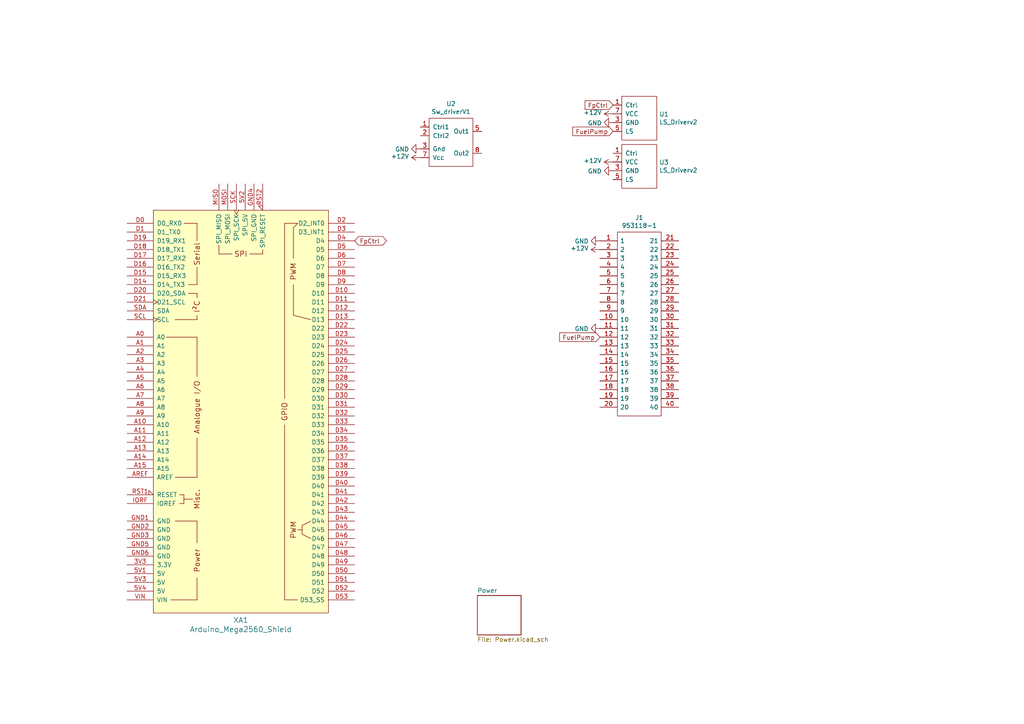
<source format=kicad_sch>
(kicad_sch (version 20211123) (generator eeschema)
  (paper "A4")
  (lib_symbols
    (symbol "J-Eagan:LS_Driverv2" (pin_names (offset 1.016))
      (property "Reference" "U" (at 3.81 -6.35 0))
      (property "Value" "LS_Driverv2" (at 3.81 -6.35 0))
      (symbol "LS_Driverv2_0_1"
        (rectangle (start -5.08 7.62) (end 5.08 -5.08))
      )
      (symbol "LS_Driverv2_1_1"
        (pin input line (at -7.62 5.08 0) (length 2.54) (name "Ctrl") (number "1"))
        (pin power_in line (at -7.62 0 0) (length 2.54) (name "GND") (number "3"))
        (pin power_in line (at -7.62 0 0) (length 2.54) hide (name "GND") (number "4"))
        (pin power_out line (at -7.62 -2.54 0) (length 2.54) (name "LS") (number "5"))
        (pin power_out line (at -7.62 -2.54 0) (length 2.54) hide (name "LS") (number "6"))
        (pin power_in line (at -7.62 2.54 0) (length 2.54) (name "VCC") (number "7"))
      )
    )
    (symbol "J-Eagan:Sw_driverV1" (pin_names (offset 1.016))
      (property "Reference" "U" (at -5.08 8.89 0))
      (property "Value" "Sw_driverV1" (at 0 -7.62 0))
      (symbol "Sw_driverV1_0_1"
        (rectangle (start -6.35 7.62) (end 6.35 -6.35))
      )
      (symbol "Sw_driverV1_1_1"
        (pin input line (at -8.89 5.08 0) (length 2.54) (name "Ctrl1") (number "1"))
        (pin input line (at -8.89 2.54 0) (length 2.54) (name "Ctrl2") (number "2"))
        (pin input line (at -8.89 -1.27 0) (length 2.54) (name "Gnd") (number "3"))
        (pin input line (at -8.89 -1.27 0) (length 2.54) hide (name "Gnd") (number "4"))
        (pin output line (at 8.89 3.81 180) (length 2.54) (name "Out1") (number "5"))
        (pin output line (at 8.89 3.81 180) (length 2.54) hide (name "Out1") (number "6"))
        (pin input line (at -8.89 -3.81 0) (length 2.54) (name "Vcc") (number "7"))
        (pin output line (at 8.89 -2.54 180) (length 2.54) (name "Out2") (number "8"))
      )
    )
    (symbol "T6Mega-rescue:953118-1-LibraryLoader" (pin_names (offset 0.762))
      (property "Reference" "J" (at 19.05 7.62 0))
      (property "Value" "953118-1-LibraryLoader" (at 19.05 5.08 0))
      (symbol "953118-1-LibraryLoader_0_0"
        (pin passive line (at 0 0 0) (length 5.08) (name "1") (number "1"))
        (pin passive line (at 0 -22.86 0) (length 5.08) (name "10") (number "10"))
        (pin passive line (at 0 -25.4 0) (length 5.08) (name "11") (number "11"))
        (pin passive line (at 0 -27.94 0) (length 5.08) (name "12") (number "12"))
        (pin passive line (at 0 -30.48 0) (length 5.08) (name "13") (number "13"))
        (pin passive line (at 0 -33.02 0) (length 5.08) (name "14") (number "14"))
        (pin passive line (at 0 -35.56 0) (length 5.08) (name "15") (number "15"))
        (pin passive line (at 0 -38.1 0) (length 5.08) (name "16") (number "16"))
        (pin passive line (at 0 -40.64 0) (length 5.08) (name "17") (number "17"))
        (pin passive line (at 0 -43.18 0) (length 5.08) (name "18") (number "18"))
        (pin passive line (at 0 -45.72 0) (length 5.08) (name "19") (number "19"))
        (pin passive line (at 0 -2.54 0) (length 5.08) (name "2") (number "2"))
        (pin passive line (at 0 -48.26 0) (length 5.08) (name "20") (number "20"))
        (pin passive line (at 22.86 0 180) (length 5.08) (name "21") (number "21"))
        (pin passive line (at 22.86 -2.54 180) (length 5.08) (name "22") (number "22"))
        (pin passive line (at 22.86 -5.08 180) (length 5.08) (name "23") (number "23"))
        (pin passive line (at 22.86 -7.62 180) (length 5.08) (name "24") (number "24"))
        (pin passive line (at 22.86 -10.16 180) (length 5.08) (name "25") (number "25"))
        (pin passive line (at 22.86 -12.7 180) (length 5.08) (name "26") (number "26"))
        (pin passive line (at 22.86 -15.24 180) (length 5.08) (name "27") (number "27"))
        (pin passive line (at 22.86 -17.78 180) (length 5.08) (name "28") (number "28"))
        (pin passive line (at 22.86 -20.32 180) (length 5.08) (name "29") (number "29"))
        (pin passive line (at 0 -5.08 0) (length 5.08) (name "3") (number "3"))
        (pin passive line (at 22.86 -22.86 180) (length 5.08) (name "30") (number "30"))
        (pin passive line (at 22.86 -25.4 180) (length 5.08) (name "31") (number "31"))
        (pin passive line (at 22.86 -27.94 180) (length 5.08) (name "32") (number "32"))
        (pin passive line (at 22.86 -30.48 180) (length 5.08) (name "33") (number "33"))
        (pin passive line (at 22.86 -33.02 180) (length 5.08) (name "34") (number "34"))
        (pin passive line (at 22.86 -35.56 180) (length 5.08) (name "35") (number "35"))
        (pin passive line (at 22.86 -38.1 180) (length 5.08) (name "36") (number "36"))
        (pin passive line (at 22.86 -40.64 180) (length 5.08) (name "37") (number "37"))
        (pin passive line (at 22.86 -43.18 180) (length 5.08) (name "38") (number "38"))
        (pin passive line (at 22.86 -45.72 180) (length 5.08) (name "39") (number "39"))
        (pin passive line (at 0 -7.62 0) (length 5.08) (name "4") (number "4"))
        (pin passive line (at 22.86 -48.26 180) (length 5.08) (name "40") (number "40"))
        (pin passive line (at 0 -10.16 0) (length 5.08) (name "5") (number "5"))
        (pin passive line (at 0 -12.7 0) (length 5.08) (name "6") (number "6"))
        (pin passive line (at 0 -15.24 0) (length 5.08) (name "7") (number "7"))
        (pin passive line (at 0 -17.78 0) (length 5.08) (name "8") (number "8"))
        (pin passive line (at 0 -20.32 0) (length 5.08) (name "9") (number "9"))
      )
      (symbol "953118-1-LibraryLoader_0_1"
        (polyline (pts (xy 5.08 2.54) (xy 17.78 2.54) (xy 17.78 -50.8) (xy 5.08 -50.8) (xy 5.08 2.54)) (stroke (width 0.1524)))
      )
    )
    (symbol "T6Mega-rescue:Arduino_Mega2560_Shield-Arduino" (pin_names (offset 1.016))
      (property "Reference" "XA" (at 2.54 0 90))
      (property "Value" "Arduino_Mega2560_Shield-Arduino" (at -2.54 0 90))
      (symbol "Arduino_Mega2560_Shield-Arduino_0_0"
        (rectangle (start -25.4 -58.42) (end 25.4 58.42) (fill (type background)))
        (rectangle (start -20.32 -54.61) (end -12.7 -54.61))
        (rectangle (start -19.05 -31.75) (end -12.7 -31.75))
        (rectangle (start -19.05 -19.05) (end -12.7 -19.05))
        (rectangle (start -19.05 26.67) (end -12.7 26.67))
        (rectangle (start -17.78 -26.67) (end -16.51 -26.67))
        (rectangle (start -17.78 -24.13) (end -16.51 -24.13))
        (rectangle (start -16.51 -25.4) (end -13.97 -25.4))
        (rectangle (start -16.51 -24.13) (end -16.51 -26.67))
        (rectangle (start -16.51 54.61) (end -12.7 54.61))
        (rectangle (start -15.24 34.29) (end -12.7 34.29))
        (rectangle (start -15.24 36.83) (end -12.7 36.83))
        (rectangle (start -12.7 -54.61) (end -12.7 -48.26))
        (rectangle (start -12.7 -31.75) (end -12.7 -38.1))
        (rectangle (start -12.7 26.67) (end -12.7 27.94))
        (rectangle (start -12.7 34.29) (end -12.7 33.02))
        (rectangle (start -12.7 41.91) (end -12.7 36.83))
        (rectangle (start -12.7 49.53) (end -12.7 54.61))
        (rectangle (start -6.35 48.26) (end -6.35 45.72))
        (rectangle (start -2.54 45.72) (end -6.35 45.72))
        (polyline (pts (xy -21.59 21.59) (xy -12.7 21.59)))
        (polyline (pts (xy -12.7 -19.05) (xy -12.7 -7.62)))
        (polyline (pts (xy -12.7 10.16) (xy -12.7 21.59)))
        (polyline (pts (xy 12.7 -54.61) (xy 16.51 -54.61)))
        (polyline (pts (xy 12.7 54.61) (xy 16.51 54.61)))
        (polyline (pts (xy 17.78 -34.29) (xy 16.51 -34.29)))
        (polyline (pts (xy 15.24 36.83) (xy 15.24 27.94) (xy 20.32 26.67)))
        (polyline (pts (xy 15.24 44.45) (xy 15.24 53.34) (xy 16.51 54.61)))
        (polyline (pts (xy 20.32 -31.75) (xy 17.78 -33.02) (xy 17.78 -35.56) (xy 20.32 -36.83)))
        (rectangle (start 6.35 45.72) (end 2.54 45.72))
        (rectangle (start 6.35 46.99) (end 6.35 45.72))
        (text "Analogue I/O" (at -12.7 1.27 900) (effects (font (size 1.524 1.524))))
        (text "I²C" (at -12.7 30.48 900) (effects (font (size 1.524 1.524))))
        (text "Misc." (at -12.7 -25.4 900) (effects (font (size 1.524 1.524))))
        (text "Power" (at -12.7 -43.18 900) (effects (font (size 1.524 1.524))))
        (text "PWM" (at 15.24 -34.29 900) (effects (font (size 1.524 1.524))))
        (text "PWM" (at 15.24 40.64 900) (effects (font (size 1.524 1.524))))
        (text "Serial" (at -12.7 45.72 900) (effects (font (size 1.524 1.524))))
        (text "SPI" (at 0 45.72 0) (effects (font (size 1.524 1.524))))
      )
      (symbol "Arduino_Mega2560_Shield-Arduino_1_0"
        (rectangle (start 12.7 -54.61) (end 12.7 -3.81))
        (rectangle (start 12.7 54.61) (end 12.7 3.81))
        (text "GPIO" (at 12.7 0 900) (effects (font (size 1.524 1.524))))
      )
      (symbol "Arduino_Mega2560_Shield-Arduino_1_1"
        (pin power_in line (at -33.02 -44.45 0) (length 7.62) (name "3.3V") (number "3V3"))
        (pin power_in line (at -33.02 -46.99 0) (length 7.62) (name "5V") (number "5V1"))
        (pin power_in line (at 1.27 66.04 270) (length 7.62) (name "SPI_5V") (number "5V2"))
        (pin power_in line (at -33.02 -49.53 0) (length 7.62) (name "5V") (number "5V3"))
        (pin power_in line (at -33.02 -52.07 0) (length 7.62) (name "5V") (number "5V4"))
        (pin bidirectional line (at -33.02 21.59 0) (length 7.62) (name "A0") (number "A0"))
        (pin bidirectional line (at -33.02 19.05 0) (length 7.62) (name "A1") (number "A1"))
        (pin bidirectional line (at -33.02 -3.81 0) (length 7.62) (name "A10") (number "A10"))
        (pin bidirectional line (at -33.02 -6.35 0) (length 7.62) (name "A11") (number "A11"))
        (pin bidirectional line (at -33.02 -8.89 0) (length 7.62) (name "A12") (number "A12"))
        (pin bidirectional line (at -33.02 -11.43 0) (length 7.62) (name "A13") (number "A13"))
        (pin bidirectional line (at -33.02 -13.97 0) (length 7.62) (name "A14") (number "A14"))
        (pin bidirectional line (at -33.02 -16.51 0) (length 7.62) (name "A15") (number "A15"))
        (pin bidirectional line (at -33.02 16.51 0) (length 7.62) (name "A2") (number "A2"))
        (pin bidirectional line (at -33.02 13.97 0) (length 7.62) (name "A3") (number "A3"))
        (pin bidirectional line (at -33.02 11.43 0) (length 7.62) (name "A4") (number "A4"))
        (pin bidirectional line (at -33.02 8.89 0) (length 7.62) (name "A5") (number "A5"))
        (pin bidirectional line (at -33.02 6.35 0) (length 7.62) (name "A6") (number "A6"))
        (pin bidirectional line (at -33.02 3.81 0) (length 7.62) (name "A7") (number "A7"))
        (pin bidirectional line (at -33.02 1.27 0) (length 7.62) (name "A8") (number "A8"))
        (pin bidirectional line (at -33.02 -1.27 0) (length 7.62) (name "A9") (number "A9"))
        (pin input line (at -33.02 -19.05 0) (length 7.62) (name "AREF") (number "AREF"))
        (pin bidirectional line (at -33.02 54.61 0) (length 7.62) (name "D0_RX0") (number "D0"))
        (pin bidirectional line (at -33.02 52.07 0) (length 7.62) (name "D1_TX0") (number "D1"))
        (pin bidirectional line (at 33.02 34.29 180) (length 7.62) (name "D10") (number "D10"))
        (pin bidirectional line (at 33.02 31.75 180) (length 7.62) (name "D11") (number "D11"))
        (pin bidirectional line (at 33.02 29.21 180) (length 7.62) (name "D12") (number "D12"))
        (pin bidirectional line (at 33.02 26.67 180) (length 7.62) (name "D13") (number "D13"))
        (pin bidirectional line (at -33.02 36.83 0) (length 7.62) (name "D14_TX3") (number "D14"))
        (pin bidirectional line (at -33.02 39.37 0) (length 7.62) (name "D15_RX3") (number "D15"))
        (pin bidirectional line (at -33.02 41.91 0) (length 7.62) (name "D16_TX2") (number "D16"))
        (pin bidirectional line (at -33.02 44.45 0) (length 7.62) (name "D17_RX2") (number "D17"))
        (pin bidirectional line (at -33.02 46.99 0) (length 7.62) (name "D18_TX1") (number "D18"))
        (pin bidirectional line (at -33.02 49.53 0) (length 7.62) (name "D19_RX1") (number "D19"))
        (pin bidirectional line (at 33.02 54.61 180) (length 7.62) (name "D2_INT0") (number "D2"))
        (pin bidirectional line (at -33.02 34.29 0) (length 7.62) (name "D20_SDA") (number "D20"))
        (pin bidirectional clock (at -33.02 31.75 0) (length 7.62) (name "D21_SCL") (number "D21"))
        (pin bidirectional line (at 33.02 24.13 180) (length 7.62) (name "D22") (number "D22"))
        (pin bidirectional line (at 33.02 21.59 180) (length 7.62) (name "D23") (number "D23"))
        (pin bidirectional line (at 33.02 19.05 180) (length 7.62) (name "D24") (number "D24"))
        (pin bidirectional line (at 33.02 16.51 180) (length 7.62) (name "D25") (number "D25"))
        (pin bidirectional line (at 33.02 13.97 180) (length 7.62) (name "D26") (number "D26"))
        (pin bidirectional line (at 33.02 11.43 180) (length 7.62) (name "D27") (number "D27"))
        (pin bidirectional line (at 33.02 8.89 180) (length 7.62) (name "D28") (number "D28"))
        (pin bidirectional line (at 33.02 6.35 180) (length 7.62) (name "D29") (number "D29"))
        (pin bidirectional line (at 33.02 52.07 180) (length 7.62) (name "D3_INT1") (number "D3"))
        (pin bidirectional line (at 33.02 3.81 180) (length 7.62) (name "D30") (number "D30"))
        (pin bidirectional line (at 33.02 1.27 180) (length 7.62) (name "D31") (number "D31"))
        (pin bidirectional line (at 33.02 -1.27 180) (length 7.62) (name "D32") (number "D32"))
        (pin bidirectional line (at 33.02 -3.81 180) (length 7.62) (name "D33") (number "D33"))
        (pin bidirectional line (at 33.02 -6.35 180) (length 7.62) (name "D34") (number "D34"))
        (pin bidirectional line (at 33.02 -8.89 180) (length 7.62) (name "D35") (number "D35"))
        (pin bidirectional line (at 33.02 -11.43 180) (length 7.62) (name "D36") (number "D36"))
        (pin bidirectional line (at 33.02 -13.97 180) (length 7.62) (name "D37") (number "D37"))
        (pin bidirectional line (at 33.02 -16.51 180) (length 7.62) (name "D38") (number "D38"))
        (pin bidirectional line (at 33.02 -19.05 180) (length 7.62) (name "D39") (number "D39"))
        (pin bidirectional line (at 33.02 49.53 180) (length 7.62) (name "D4") (number "D4"))
        (pin bidirectional line (at 33.02 -21.59 180) (length 7.62) (name "D40") (number "D40"))
        (pin bidirectional line (at 33.02 -24.13 180) (length 7.62) (name "D41") (number "D41"))
        (pin bidirectional line (at 33.02 -26.67 180) (length 7.62) (name "D42") (number "D42"))
        (pin bidirectional line (at 33.02 -29.21 180) (length 7.62) (name "D43") (number "D43"))
        (pin bidirectional line (at 33.02 -31.75 180) (length 7.62) (name "D44") (number "D44"))
        (pin bidirectional line (at 33.02 -34.29 180) (length 7.62) (name "D45") (number "D45"))
        (pin bidirectional line (at 33.02 -36.83 180) (length 7.62) (name "D46") (number "D46"))
        (pin bidirectional line (at 33.02 -39.37 180) (length 7.62) (name "D47") (number "D47"))
        (pin bidirectional line (at 33.02 -41.91 180) (length 7.62) (name "D48") (number "D48"))
        (pin bidirectional line (at 33.02 -44.45 180) (length 7.62) (name "D49") (number "D49"))
        (pin bidirectional line (at 33.02 46.99 180) (length 7.62) (name "D5") (number "D5"))
        (pin bidirectional line (at 33.02 -46.99 180) (length 7.62) (name "D50") (number "D50"))
        (pin bidirectional line (at 33.02 -49.53 180) (length 7.62) (name "D51") (number "D51"))
        (pin bidirectional line (at 33.02 -52.07 180) (length 7.62) (name "D52") (number "D52"))
        (pin bidirectional line (at 33.02 -54.61 180) (length 7.62) (name "D53_SS") (number "D53"))
        (pin bidirectional line (at 33.02 44.45 180) (length 7.62) (name "D6") (number "D6"))
        (pin bidirectional line (at 33.02 41.91 180) (length 7.62) (name "D7") (number "D7"))
        (pin bidirectional line (at 33.02 39.37 180) (length 7.62) (name "D8") (number "D8"))
        (pin bidirectional line (at 33.02 36.83 180) (length 7.62) (name "D9") (number "D9"))
        (pin power_in line (at -33.02 -31.75 0) (length 7.62) (name "GND") (number "GND1"))
        (pin power_in line (at -33.02 -34.29 0) (length 7.62) (name "GND") (number "GND2"))
        (pin power_in line (at -33.02 -36.83 0) (length 7.62) (name "GND") (number "GND3"))
        (pin power_in line (at 3.81 66.04 270) (length 7.62) (name "SPI_GND") (number "GND4"))
        (pin power_in line (at -33.02 -39.37 0) (length 7.62) (name "GND") (number "GND5"))
        (pin power_in line (at -33.02 -41.91 0) (length 7.62) (name "GND") (number "GND6"))
        (pin output line (at -33.02 -26.67 0) (length 7.62) (name "IOREF") (number "IORF"))
        (pin input line (at -6.35 66.04 270) (length 7.62) (name "SPI_MISO") (number "MISO"))
        (pin output line (at -3.81 66.04 270) (length 7.62) (name "SPI_MOSI") (number "MOSI"))
        (pin open_collector input_low (at -33.02 -24.13 0) (length 7.62) (name "RESET") (number "RST1"))
        (pin open_collector input_low (at 6.35 66.04 270) (length 7.62) (name "SPI_RESET") (number "RST2"))
        (pin output clock (at -1.27 66.04 270) (length 7.62) (name "SPI_SCK") (number "SCK"))
        (pin bidirectional clock (at -33.02 26.67 0) (length 7.62) (name "SCL") (number "SCL"))
        (pin bidirectional line (at -33.02 29.21 0) (length 7.62) (name "SDA") (number "SDA"))
        (pin power_in line (at -33.02 -54.61 0) (length 7.62) (name "VIN") (number "VIN"))
      )
    )
    (symbol "power:+12V" (power) (pin_names (offset 0))
      (property "Value" "+12V" (at 0 3.556 0))
      (symbol "+12V_0_1"
        (polyline (pts (xy -0.762 1.27) (xy 0 2.54)))
        (polyline (pts (xy 0 0) (xy 0 2.54)))
        (polyline (pts (xy 0 2.54) (xy 0.762 1.27)))
      )
      (symbol "+12V_1_1"
        (pin power_in line (at 0 0 90) (length 0) hide (name "+12V") (number "1"))
      )
    )
    (symbol "power:GND" (power) (pin_names (offset 0))
      (property "Value" "GND" (at 0 -3.81 0))
      (symbol "GND_0_1"
        (polyline (pts (xy 0 0) (xy 0 -1.27) (xy 1.27 -1.27) (xy 0 -2.54) (xy -1.27 -1.27) (xy 0 -1.27)))
      )
      (symbol "GND_1_1"
        (pin power_in line (at 0 0 270) (length 0) hide (name "GND") (number "1"))
      )
    )
  )
  (global_label "FuelPump" (shape input) (at 177.8 38.1 180) (property "Intersheet References" "${INTERSHEET_REFS}" (effects hide)))
  (global_label "FpCtrl" (shape input) (at 177.8 30.48 180) (property "Intersheet References" "${INTERSHEET_REFS}" (effects hide)))
  (global_label "FuelPump" (shape input) (at 173.99 97.79 180) (property "Intersheet References" "${INTERSHEET_REFS}" (effects hide)))
  (global_label "FpCtrl" (shape bidirectional) (at 102.87 69.85 0) (property "Intersheet References" "${INTERSHEET_REFS}" (effects hide)))
  (symbol (lib_id "T6Mega-rescue:Arduino_Mega2560_Shield-Arduino") (at 69.85 119.38 0) (unit 1)
    (property "Reference" "XA1" (at 69.85 179.8574 0) (effects (font (size 1.524 1.524))))
    (property "Value" "Arduino_Mega2560_Shield" (at 69.85 182.5498 0) (effects (font (size 1.524 1.524))))
    (property "Footprint" "J-Eagan:Arduino_Mega2560_Shield" (effects hide))
    (property "Datasheet" "https://store.arduino.cc/arduino-mega-2560-rev3" (effects hide))
  )
  (symbol (lib_id "T6Mega-rescue:953118-1-LibraryLoader") (at 173.99 69.85 0) (unit 1)
    (property "Reference" "J1" (at 185.42 63.119 0))
    (property "Value" "953118-1" (at 185.42 65.4304 0))
    (property "Footprint" "9531181" (effects hide))
    (property "Datasheet" "https://www.te.com/commerce/DocumentDelivery/DDEController?Action=showdoc&DocId=Customer+Drawing%7F953118%7FG%7Fpdf%7FFrench%7FFRE_CD_953118_G.pdf%7F953118-1" (effects hide))
    (property "Description" "40pos MQS .63 header 180deg" (effects hide))
    (property "Height" "21.7" (effects hide))
    (property "Manufacturer_Name" "TE Connectivity" (effects hide))
    (property "Manufacturer_Part_Number" "953118-1" (effects hide))
    (property "Mouser Part Number" "571-953118-1" (effects hide))
    (property "Mouser Price/Stock" "https://www.mouser.co.uk/ProductDetail/TE-Connectivity/953118-1?qs=Q0GhXaox%252BNF1Rdk0Qq6iQg%3D%3D" (effects hide))
  )
  (symbol (lib_id "J-Eagan:Sw_driverV1") (at 130.81 41.91 0) (unit 1)
    (property "Reference" "U2" (at 130.81 30.099 0))
    (property "Value" "Sw_driverV1" (at 130.81 32.4104 0))
    (property "Footprint" "J-Eagan:Sw_driverV1" (effects hide))
  )
  (symbol (lib_id "J-Eagan:LS_Driverv2") (at 185.42 35.56 0) (unit 1)
    (property "Reference" "U1" (at 191.2112 33.1216 0) (effects (justify left)))
    (property "Value" "LS_Driverv2" (at 191.2112 35.433 0) (effects (justify left)))
    (property "Footprint" "Package_DIP:DIP-8_W7.62mm_Socket_LongPads" (effects hide))
  )
  (symbol (lib_id "power:+12V") (at 173.99 72.39 90) (unit 1)
    (property "Reference" "#PWR0103" (effects hide))
    (property "Value" "+12V" (at 170.7388 72.009 90) (effects (justify left)))
  )
  (symbol (lib_id "power:+12V") (at 177.8 33.02 90) (unit 1)
    (property "Reference" "#PWR0104" (effects hide))
    (property "Value" "+12V" (at 174.5488 32.639 90) (effects (justify left)))
  )
  (symbol (lib_id "power:+12V") (at 177.8 46.99 90) (unit 1)
    (property "Reference" "#PWR0107" (effects hide))
    (property "Value" "+12V" (at 174.5488 46.609 90) (effects (justify left)))
  )
  (symbol (lib_id "J-Eagan:LS_Driverv2") (at 185.42 49.53 0) (unit 1)
    (property "Reference" "U3" (at 191.2112 47.0916 0) (effects (justify left)))
    (property "Value" "LS_Driverv2" (at 191.2112 49.403 0) (effects (justify left)))
    (property "Footprint" "Package_DIP:DIP-8_W7.62mm_Socket_LongPads" (effects hide))
  )
  (symbol (lib_id "power:+12V") (at 121.92 45.72 90) (unit 1)
    (property "Reference" "#PWR0101" (effects hide))
    (property "Value" "+12V" (at 118.6688 45.339 90) (effects (justify left)))
  )
  (symbol (lib_id "power:GND") (at 121.92 43.18 270) (unit 1)
    (property "Reference" "#PWR0102" (effects hide))
    (property "Value" "GND" (at 118.6688 43.307 90) (effects (justify right)))
  )
  (symbol (lib_id "power:GND") (at 173.99 69.85 270) (unit 1)
    (property "Reference" "#PWR0105" (effects hide))
    (property "Value" "GND" (at 170.7388 69.977 90) (effects (justify right)))
  )
  (symbol (lib_id "power:GND") (at 173.99 95.25 270) (unit 1)
    (property "Reference" "#PWR0106" (effects hide))
    (property "Value" "GND" (at 170.7388 95.377 90) (effects (justify right)))
  )
  (symbol (lib_id "power:GND") (at 177.8 49.53 270) (unit 1)
    (property "Reference" "#PWR0108" (effects hide))
    (property "Value" "GND" (at 174.5488 49.657 90) (effects (justify right)))
  )
  (symbol (lib_id "power:GND") (at 177.8 35.56 270) (unit 1)
    (property "Reference" "#PWR0109" (effects hide))
    (property "Value" "GND" (at 174.5488 35.687 90) (effects (justify right)))
  )
  (sheet (at 138.43 172.72) (size 12.7 11.43) (stroke (width 0.1524))
    (property "Sheet name" "Power" (at 138.43 172.0084 0) (effects (justify left bottom)))
    (property "Sheet file" "Power.kicad_sch" (at 138.43 184.7346 0) (effects (justify left top)))
  )
)
</source>
